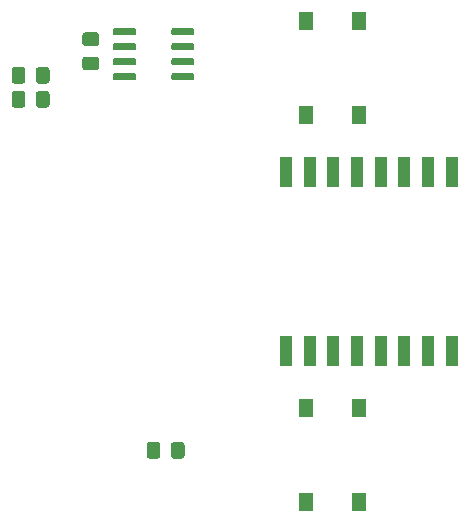
<source format=gbr>
%TF.GenerationSoftware,KiCad,Pcbnew,(5.1.5)-3*%
%TF.CreationDate,2021-07-21T11:08:43+02:00*%
%TF.ProjectId,cece-pcb,63656365-2d70-4636-922e-6b696361645f,rev?*%
%TF.SameCoordinates,Original*%
%TF.FileFunction,Paste,Top*%
%TF.FilePolarity,Positive*%
%FSLAX46Y46*%
G04 Gerber Fmt 4.6, Leading zero omitted, Abs format (unit mm)*
G04 Created by KiCad (PCBNEW (5.1.5)-3) date 2021-07-21 11:08:43*
%MOMM*%
%LPD*%
G04 APERTURE LIST*
%ADD10C,0.100000*%
%ADD11R,1.300000X1.550000*%
%ADD12R,1.000000X2.500000*%
G04 APERTURE END LIST*
D10*
%TO.C,R108*%
G36*
X123022505Y-60769204D02*
G01*
X123046773Y-60772804D01*
X123070572Y-60778765D01*
X123093671Y-60787030D01*
X123115850Y-60797520D01*
X123136893Y-60810132D01*
X123156599Y-60824747D01*
X123174777Y-60841223D01*
X123191253Y-60859401D01*
X123205868Y-60879107D01*
X123218480Y-60900150D01*
X123228970Y-60922329D01*
X123237235Y-60945428D01*
X123243196Y-60969227D01*
X123246796Y-60993495D01*
X123248000Y-61017999D01*
X123248000Y-61918001D01*
X123246796Y-61942505D01*
X123243196Y-61966773D01*
X123237235Y-61990572D01*
X123228970Y-62013671D01*
X123218480Y-62035850D01*
X123205868Y-62056893D01*
X123191253Y-62076599D01*
X123174777Y-62094777D01*
X123156599Y-62111253D01*
X123136893Y-62125868D01*
X123115850Y-62138480D01*
X123093671Y-62148970D01*
X123070572Y-62157235D01*
X123046773Y-62163196D01*
X123022505Y-62166796D01*
X122998001Y-62168000D01*
X122347999Y-62168000D01*
X122323495Y-62166796D01*
X122299227Y-62163196D01*
X122275428Y-62157235D01*
X122252329Y-62148970D01*
X122230150Y-62138480D01*
X122209107Y-62125868D01*
X122189401Y-62111253D01*
X122171223Y-62094777D01*
X122154747Y-62076599D01*
X122140132Y-62056893D01*
X122127520Y-62035850D01*
X122117030Y-62013671D01*
X122108765Y-61990572D01*
X122102804Y-61966773D01*
X122099204Y-61942505D01*
X122098000Y-61918001D01*
X122098000Y-61017999D01*
X122099204Y-60993495D01*
X122102804Y-60969227D01*
X122108765Y-60945428D01*
X122117030Y-60922329D01*
X122127520Y-60900150D01*
X122140132Y-60879107D01*
X122154747Y-60859401D01*
X122171223Y-60841223D01*
X122189401Y-60824747D01*
X122209107Y-60810132D01*
X122230150Y-60797520D01*
X122252329Y-60787030D01*
X122275428Y-60778765D01*
X122299227Y-60772804D01*
X122323495Y-60769204D01*
X122347999Y-60768000D01*
X122998001Y-60768000D01*
X123022505Y-60769204D01*
G37*
G36*
X125072505Y-60769204D02*
G01*
X125096773Y-60772804D01*
X125120572Y-60778765D01*
X125143671Y-60787030D01*
X125165850Y-60797520D01*
X125186893Y-60810132D01*
X125206599Y-60824747D01*
X125224777Y-60841223D01*
X125241253Y-60859401D01*
X125255868Y-60879107D01*
X125268480Y-60900150D01*
X125278970Y-60922329D01*
X125287235Y-60945428D01*
X125293196Y-60969227D01*
X125296796Y-60993495D01*
X125298000Y-61017999D01*
X125298000Y-61918001D01*
X125296796Y-61942505D01*
X125293196Y-61966773D01*
X125287235Y-61990572D01*
X125278970Y-62013671D01*
X125268480Y-62035850D01*
X125255868Y-62056893D01*
X125241253Y-62076599D01*
X125224777Y-62094777D01*
X125206599Y-62111253D01*
X125186893Y-62125868D01*
X125165850Y-62138480D01*
X125143671Y-62148970D01*
X125120572Y-62157235D01*
X125096773Y-62163196D01*
X125072505Y-62166796D01*
X125048001Y-62168000D01*
X124397999Y-62168000D01*
X124373495Y-62166796D01*
X124349227Y-62163196D01*
X124325428Y-62157235D01*
X124302329Y-62148970D01*
X124280150Y-62138480D01*
X124259107Y-62125868D01*
X124239401Y-62111253D01*
X124221223Y-62094777D01*
X124204747Y-62076599D01*
X124190132Y-62056893D01*
X124177520Y-62035850D01*
X124167030Y-62013671D01*
X124158765Y-61990572D01*
X124152804Y-61966773D01*
X124149204Y-61942505D01*
X124148000Y-61918001D01*
X124148000Y-61017999D01*
X124149204Y-60993495D01*
X124152804Y-60969227D01*
X124158765Y-60945428D01*
X124167030Y-60922329D01*
X124177520Y-60900150D01*
X124190132Y-60879107D01*
X124204747Y-60859401D01*
X124221223Y-60841223D01*
X124239401Y-60824747D01*
X124259107Y-60810132D01*
X124280150Y-60797520D01*
X124302329Y-60787030D01*
X124325428Y-60778765D01*
X124349227Y-60772804D01*
X124373495Y-60769204D01*
X124397999Y-60768000D01*
X125048001Y-60768000D01*
X125072505Y-60769204D01*
G37*
%TD*%
%TO.C,C109*%
G36*
X111592505Y-31051204D02*
G01*
X111616773Y-31054804D01*
X111640572Y-31060765D01*
X111663671Y-31069030D01*
X111685850Y-31079520D01*
X111706893Y-31092132D01*
X111726599Y-31106747D01*
X111744777Y-31123223D01*
X111761253Y-31141401D01*
X111775868Y-31161107D01*
X111788480Y-31182150D01*
X111798970Y-31204329D01*
X111807235Y-31227428D01*
X111813196Y-31251227D01*
X111816796Y-31275495D01*
X111818000Y-31299999D01*
X111818000Y-32200001D01*
X111816796Y-32224505D01*
X111813196Y-32248773D01*
X111807235Y-32272572D01*
X111798970Y-32295671D01*
X111788480Y-32317850D01*
X111775868Y-32338893D01*
X111761253Y-32358599D01*
X111744777Y-32376777D01*
X111726599Y-32393253D01*
X111706893Y-32407868D01*
X111685850Y-32420480D01*
X111663671Y-32430970D01*
X111640572Y-32439235D01*
X111616773Y-32445196D01*
X111592505Y-32448796D01*
X111568001Y-32450000D01*
X110917999Y-32450000D01*
X110893495Y-32448796D01*
X110869227Y-32445196D01*
X110845428Y-32439235D01*
X110822329Y-32430970D01*
X110800150Y-32420480D01*
X110779107Y-32407868D01*
X110759401Y-32393253D01*
X110741223Y-32376777D01*
X110724747Y-32358599D01*
X110710132Y-32338893D01*
X110697520Y-32317850D01*
X110687030Y-32295671D01*
X110678765Y-32272572D01*
X110672804Y-32248773D01*
X110669204Y-32224505D01*
X110668000Y-32200001D01*
X110668000Y-31299999D01*
X110669204Y-31275495D01*
X110672804Y-31251227D01*
X110678765Y-31227428D01*
X110687030Y-31204329D01*
X110697520Y-31182150D01*
X110710132Y-31161107D01*
X110724747Y-31141401D01*
X110741223Y-31123223D01*
X110759401Y-31106747D01*
X110779107Y-31092132D01*
X110800150Y-31079520D01*
X110822329Y-31069030D01*
X110845428Y-31060765D01*
X110869227Y-31054804D01*
X110893495Y-31051204D01*
X110917999Y-31050000D01*
X111568001Y-31050000D01*
X111592505Y-31051204D01*
G37*
G36*
X113642505Y-31051204D02*
G01*
X113666773Y-31054804D01*
X113690572Y-31060765D01*
X113713671Y-31069030D01*
X113735850Y-31079520D01*
X113756893Y-31092132D01*
X113776599Y-31106747D01*
X113794777Y-31123223D01*
X113811253Y-31141401D01*
X113825868Y-31161107D01*
X113838480Y-31182150D01*
X113848970Y-31204329D01*
X113857235Y-31227428D01*
X113863196Y-31251227D01*
X113866796Y-31275495D01*
X113868000Y-31299999D01*
X113868000Y-32200001D01*
X113866796Y-32224505D01*
X113863196Y-32248773D01*
X113857235Y-32272572D01*
X113848970Y-32295671D01*
X113838480Y-32317850D01*
X113825868Y-32338893D01*
X113811253Y-32358599D01*
X113794777Y-32376777D01*
X113776599Y-32393253D01*
X113756893Y-32407868D01*
X113735850Y-32420480D01*
X113713671Y-32430970D01*
X113690572Y-32439235D01*
X113666773Y-32445196D01*
X113642505Y-32448796D01*
X113618001Y-32450000D01*
X112967999Y-32450000D01*
X112943495Y-32448796D01*
X112919227Y-32445196D01*
X112895428Y-32439235D01*
X112872329Y-32430970D01*
X112850150Y-32420480D01*
X112829107Y-32407868D01*
X112809401Y-32393253D01*
X112791223Y-32376777D01*
X112774747Y-32358599D01*
X112760132Y-32338893D01*
X112747520Y-32317850D01*
X112737030Y-32295671D01*
X112728765Y-32272572D01*
X112722804Y-32248773D01*
X112719204Y-32224505D01*
X112718000Y-32200001D01*
X112718000Y-31299999D01*
X112719204Y-31275495D01*
X112722804Y-31251227D01*
X112728765Y-31227428D01*
X112737030Y-31204329D01*
X112747520Y-31182150D01*
X112760132Y-31161107D01*
X112774747Y-31141401D01*
X112791223Y-31123223D01*
X112809401Y-31106747D01*
X112829107Y-31092132D01*
X112850150Y-31079520D01*
X112872329Y-31069030D01*
X112895428Y-31060765D01*
X112919227Y-31054804D01*
X112943495Y-31051204D01*
X112967999Y-31050000D01*
X113618001Y-31050000D01*
X113642505Y-31051204D01*
G37*
%TD*%
%TO.C,C108*%
G36*
X111592505Y-29019204D02*
G01*
X111616773Y-29022804D01*
X111640572Y-29028765D01*
X111663671Y-29037030D01*
X111685850Y-29047520D01*
X111706893Y-29060132D01*
X111726599Y-29074747D01*
X111744777Y-29091223D01*
X111761253Y-29109401D01*
X111775868Y-29129107D01*
X111788480Y-29150150D01*
X111798970Y-29172329D01*
X111807235Y-29195428D01*
X111813196Y-29219227D01*
X111816796Y-29243495D01*
X111818000Y-29267999D01*
X111818000Y-30168001D01*
X111816796Y-30192505D01*
X111813196Y-30216773D01*
X111807235Y-30240572D01*
X111798970Y-30263671D01*
X111788480Y-30285850D01*
X111775868Y-30306893D01*
X111761253Y-30326599D01*
X111744777Y-30344777D01*
X111726599Y-30361253D01*
X111706893Y-30375868D01*
X111685850Y-30388480D01*
X111663671Y-30398970D01*
X111640572Y-30407235D01*
X111616773Y-30413196D01*
X111592505Y-30416796D01*
X111568001Y-30418000D01*
X110917999Y-30418000D01*
X110893495Y-30416796D01*
X110869227Y-30413196D01*
X110845428Y-30407235D01*
X110822329Y-30398970D01*
X110800150Y-30388480D01*
X110779107Y-30375868D01*
X110759401Y-30361253D01*
X110741223Y-30344777D01*
X110724747Y-30326599D01*
X110710132Y-30306893D01*
X110697520Y-30285850D01*
X110687030Y-30263671D01*
X110678765Y-30240572D01*
X110672804Y-30216773D01*
X110669204Y-30192505D01*
X110668000Y-30168001D01*
X110668000Y-29267999D01*
X110669204Y-29243495D01*
X110672804Y-29219227D01*
X110678765Y-29195428D01*
X110687030Y-29172329D01*
X110697520Y-29150150D01*
X110710132Y-29129107D01*
X110724747Y-29109401D01*
X110741223Y-29091223D01*
X110759401Y-29074747D01*
X110779107Y-29060132D01*
X110800150Y-29047520D01*
X110822329Y-29037030D01*
X110845428Y-29028765D01*
X110869227Y-29022804D01*
X110893495Y-29019204D01*
X110917999Y-29018000D01*
X111568001Y-29018000D01*
X111592505Y-29019204D01*
G37*
G36*
X113642505Y-29019204D02*
G01*
X113666773Y-29022804D01*
X113690572Y-29028765D01*
X113713671Y-29037030D01*
X113735850Y-29047520D01*
X113756893Y-29060132D01*
X113776599Y-29074747D01*
X113794777Y-29091223D01*
X113811253Y-29109401D01*
X113825868Y-29129107D01*
X113838480Y-29150150D01*
X113848970Y-29172329D01*
X113857235Y-29195428D01*
X113863196Y-29219227D01*
X113866796Y-29243495D01*
X113868000Y-29267999D01*
X113868000Y-30168001D01*
X113866796Y-30192505D01*
X113863196Y-30216773D01*
X113857235Y-30240572D01*
X113848970Y-30263671D01*
X113838480Y-30285850D01*
X113825868Y-30306893D01*
X113811253Y-30326599D01*
X113794777Y-30344777D01*
X113776599Y-30361253D01*
X113756893Y-30375868D01*
X113735850Y-30388480D01*
X113713671Y-30398970D01*
X113690572Y-30407235D01*
X113666773Y-30413196D01*
X113642505Y-30416796D01*
X113618001Y-30418000D01*
X112967999Y-30418000D01*
X112943495Y-30416796D01*
X112919227Y-30413196D01*
X112895428Y-30407235D01*
X112872329Y-30398970D01*
X112850150Y-30388480D01*
X112829107Y-30375868D01*
X112809401Y-30361253D01*
X112791223Y-30344777D01*
X112774747Y-30326599D01*
X112760132Y-30306893D01*
X112747520Y-30285850D01*
X112737030Y-30263671D01*
X112728765Y-30240572D01*
X112722804Y-30216773D01*
X112719204Y-30192505D01*
X112718000Y-30168001D01*
X112718000Y-29267999D01*
X112719204Y-29243495D01*
X112722804Y-29219227D01*
X112728765Y-29195428D01*
X112737030Y-29172329D01*
X112747520Y-29150150D01*
X112760132Y-29129107D01*
X112774747Y-29109401D01*
X112791223Y-29091223D01*
X112809401Y-29074747D01*
X112829107Y-29060132D01*
X112850150Y-29047520D01*
X112872329Y-29037030D01*
X112895428Y-29028765D01*
X112919227Y-29022804D01*
X112943495Y-29019204D01*
X112967999Y-29018000D01*
X113618001Y-29018000D01*
X113642505Y-29019204D01*
G37*
%TD*%
D11*
%TO.C,SW102*%
X135545000Y-65875000D03*
X140045000Y-65875000D03*
X140045000Y-57925000D03*
X135545000Y-57925000D03*
%TD*%
%TO.C,SW101*%
X135545000Y-33075000D03*
X140045000Y-33075000D03*
X140045000Y-25125000D03*
X135545000Y-25125000D03*
%TD*%
D10*
%TO.C,C107*%
G36*
X117822505Y-28137204D02*
G01*
X117846773Y-28140804D01*
X117870572Y-28146765D01*
X117893671Y-28155030D01*
X117915850Y-28165520D01*
X117936893Y-28178132D01*
X117956599Y-28192747D01*
X117974777Y-28209223D01*
X117991253Y-28227401D01*
X118005868Y-28247107D01*
X118018480Y-28268150D01*
X118028970Y-28290329D01*
X118037235Y-28313428D01*
X118043196Y-28337227D01*
X118046796Y-28361495D01*
X118048000Y-28385999D01*
X118048000Y-29036001D01*
X118046796Y-29060505D01*
X118043196Y-29084773D01*
X118037235Y-29108572D01*
X118028970Y-29131671D01*
X118018480Y-29153850D01*
X118005868Y-29174893D01*
X117991253Y-29194599D01*
X117974777Y-29212777D01*
X117956599Y-29229253D01*
X117936893Y-29243868D01*
X117915850Y-29256480D01*
X117893671Y-29266970D01*
X117870572Y-29275235D01*
X117846773Y-29281196D01*
X117822505Y-29284796D01*
X117798001Y-29286000D01*
X116897999Y-29286000D01*
X116873495Y-29284796D01*
X116849227Y-29281196D01*
X116825428Y-29275235D01*
X116802329Y-29266970D01*
X116780150Y-29256480D01*
X116759107Y-29243868D01*
X116739401Y-29229253D01*
X116721223Y-29212777D01*
X116704747Y-29194599D01*
X116690132Y-29174893D01*
X116677520Y-29153850D01*
X116667030Y-29131671D01*
X116658765Y-29108572D01*
X116652804Y-29084773D01*
X116649204Y-29060505D01*
X116648000Y-29036001D01*
X116648000Y-28385999D01*
X116649204Y-28361495D01*
X116652804Y-28337227D01*
X116658765Y-28313428D01*
X116667030Y-28290329D01*
X116677520Y-28268150D01*
X116690132Y-28247107D01*
X116704747Y-28227401D01*
X116721223Y-28209223D01*
X116739401Y-28192747D01*
X116759107Y-28178132D01*
X116780150Y-28165520D01*
X116802329Y-28155030D01*
X116825428Y-28146765D01*
X116849227Y-28140804D01*
X116873495Y-28137204D01*
X116897999Y-28136000D01*
X117798001Y-28136000D01*
X117822505Y-28137204D01*
G37*
G36*
X117822505Y-26087204D02*
G01*
X117846773Y-26090804D01*
X117870572Y-26096765D01*
X117893671Y-26105030D01*
X117915850Y-26115520D01*
X117936893Y-26128132D01*
X117956599Y-26142747D01*
X117974777Y-26159223D01*
X117991253Y-26177401D01*
X118005868Y-26197107D01*
X118018480Y-26218150D01*
X118028970Y-26240329D01*
X118037235Y-26263428D01*
X118043196Y-26287227D01*
X118046796Y-26311495D01*
X118048000Y-26335999D01*
X118048000Y-26986001D01*
X118046796Y-27010505D01*
X118043196Y-27034773D01*
X118037235Y-27058572D01*
X118028970Y-27081671D01*
X118018480Y-27103850D01*
X118005868Y-27124893D01*
X117991253Y-27144599D01*
X117974777Y-27162777D01*
X117956599Y-27179253D01*
X117936893Y-27193868D01*
X117915850Y-27206480D01*
X117893671Y-27216970D01*
X117870572Y-27225235D01*
X117846773Y-27231196D01*
X117822505Y-27234796D01*
X117798001Y-27236000D01*
X116897999Y-27236000D01*
X116873495Y-27234796D01*
X116849227Y-27231196D01*
X116825428Y-27225235D01*
X116802329Y-27216970D01*
X116780150Y-27206480D01*
X116759107Y-27193868D01*
X116739401Y-27179253D01*
X116721223Y-27162777D01*
X116704747Y-27144599D01*
X116690132Y-27124893D01*
X116677520Y-27103850D01*
X116667030Y-27081671D01*
X116658765Y-27058572D01*
X116652804Y-27034773D01*
X116649204Y-27010505D01*
X116648000Y-26986001D01*
X116648000Y-26335999D01*
X116649204Y-26311495D01*
X116652804Y-26287227D01*
X116658765Y-26263428D01*
X116667030Y-26240329D01*
X116677520Y-26218150D01*
X116690132Y-26197107D01*
X116704747Y-26177401D01*
X116721223Y-26159223D01*
X116739401Y-26142747D01*
X116759107Y-26128132D01*
X116780150Y-26115520D01*
X116802329Y-26105030D01*
X116825428Y-26096765D01*
X116849227Y-26090804D01*
X116873495Y-26087204D01*
X116897999Y-26086000D01*
X117798001Y-26086000D01*
X117822505Y-26087204D01*
G37*
%TD*%
%TO.C,U103*%
G36*
X121046703Y-29545722D02*
G01*
X121061264Y-29547882D01*
X121075543Y-29551459D01*
X121089403Y-29556418D01*
X121102710Y-29562712D01*
X121115336Y-29570280D01*
X121127159Y-29579048D01*
X121138066Y-29588934D01*
X121147952Y-29599841D01*
X121156720Y-29611664D01*
X121164288Y-29624290D01*
X121170582Y-29637597D01*
X121175541Y-29651457D01*
X121179118Y-29665736D01*
X121181278Y-29680297D01*
X121182000Y-29695000D01*
X121182000Y-29995000D01*
X121181278Y-30009703D01*
X121179118Y-30024264D01*
X121175541Y-30038543D01*
X121170582Y-30052403D01*
X121164288Y-30065710D01*
X121156720Y-30078336D01*
X121147952Y-30090159D01*
X121138066Y-30101066D01*
X121127159Y-30110952D01*
X121115336Y-30119720D01*
X121102710Y-30127288D01*
X121089403Y-30133582D01*
X121075543Y-30138541D01*
X121061264Y-30142118D01*
X121046703Y-30144278D01*
X121032000Y-30145000D01*
X119382000Y-30145000D01*
X119367297Y-30144278D01*
X119352736Y-30142118D01*
X119338457Y-30138541D01*
X119324597Y-30133582D01*
X119311290Y-30127288D01*
X119298664Y-30119720D01*
X119286841Y-30110952D01*
X119275934Y-30101066D01*
X119266048Y-30090159D01*
X119257280Y-30078336D01*
X119249712Y-30065710D01*
X119243418Y-30052403D01*
X119238459Y-30038543D01*
X119234882Y-30024264D01*
X119232722Y-30009703D01*
X119232000Y-29995000D01*
X119232000Y-29695000D01*
X119232722Y-29680297D01*
X119234882Y-29665736D01*
X119238459Y-29651457D01*
X119243418Y-29637597D01*
X119249712Y-29624290D01*
X119257280Y-29611664D01*
X119266048Y-29599841D01*
X119275934Y-29588934D01*
X119286841Y-29579048D01*
X119298664Y-29570280D01*
X119311290Y-29562712D01*
X119324597Y-29556418D01*
X119338457Y-29551459D01*
X119352736Y-29547882D01*
X119367297Y-29545722D01*
X119382000Y-29545000D01*
X121032000Y-29545000D01*
X121046703Y-29545722D01*
G37*
G36*
X121046703Y-28275722D02*
G01*
X121061264Y-28277882D01*
X121075543Y-28281459D01*
X121089403Y-28286418D01*
X121102710Y-28292712D01*
X121115336Y-28300280D01*
X121127159Y-28309048D01*
X121138066Y-28318934D01*
X121147952Y-28329841D01*
X121156720Y-28341664D01*
X121164288Y-28354290D01*
X121170582Y-28367597D01*
X121175541Y-28381457D01*
X121179118Y-28395736D01*
X121181278Y-28410297D01*
X121182000Y-28425000D01*
X121182000Y-28725000D01*
X121181278Y-28739703D01*
X121179118Y-28754264D01*
X121175541Y-28768543D01*
X121170582Y-28782403D01*
X121164288Y-28795710D01*
X121156720Y-28808336D01*
X121147952Y-28820159D01*
X121138066Y-28831066D01*
X121127159Y-28840952D01*
X121115336Y-28849720D01*
X121102710Y-28857288D01*
X121089403Y-28863582D01*
X121075543Y-28868541D01*
X121061264Y-28872118D01*
X121046703Y-28874278D01*
X121032000Y-28875000D01*
X119382000Y-28875000D01*
X119367297Y-28874278D01*
X119352736Y-28872118D01*
X119338457Y-28868541D01*
X119324597Y-28863582D01*
X119311290Y-28857288D01*
X119298664Y-28849720D01*
X119286841Y-28840952D01*
X119275934Y-28831066D01*
X119266048Y-28820159D01*
X119257280Y-28808336D01*
X119249712Y-28795710D01*
X119243418Y-28782403D01*
X119238459Y-28768543D01*
X119234882Y-28754264D01*
X119232722Y-28739703D01*
X119232000Y-28725000D01*
X119232000Y-28425000D01*
X119232722Y-28410297D01*
X119234882Y-28395736D01*
X119238459Y-28381457D01*
X119243418Y-28367597D01*
X119249712Y-28354290D01*
X119257280Y-28341664D01*
X119266048Y-28329841D01*
X119275934Y-28318934D01*
X119286841Y-28309048D01*
X119298664Y-28300280D01*
X119311290Y-28292712D01*
X119324597Y-28286418D01*
X119338457Y-28281459D01*
X119352736Y-28277882D01*
X119367297Y-28275722D01*
X119382000Y-28275000D01*
X121032000Y-28275000D01*
X121046703Y-28275722D01*
G37*
G36*
X121046703Y-27005722D02*
G01*
X121061264Y-27007882D01*
X121075543Y-27011459D01*
X121089403Y-27016418D01*
X121102710Y-27022712D01*
X121115336Y-27030280D01*
X121127159Y-27039048D01*
X121138066Y-27048934D01*
X121147952Y-27059841D01*
X121156720Y-27071664D01*
X121164288Y-27084290D01*
X121170582Y-27097597D01*
X121175541Y-27111457D01*
X121179118Y-27125736D01*
X121181278Y-27140297D01*
X121182000Y-27155000D01*
X121182000Y-27455000D01*
X121181278Y-27469703D01*
X121179118Y-27484264D01*
X121175541Y-27498543D01*
X121170582Y-27512403D01*
X121164288Y-27525710D01*
X121156720Y-27538336D01*
X121147952Y-27550159D01*
X121138066Y-27561066D01*
X121127159Y-27570952D01*
X121115336Y-27579720D01*
X121102710Y-27587288D01*
X121089403Y-27593582D01*
X121075543Y-27598541D01*
X121061264Y-27602118D01*
X121046703Y-27604278D01*
X121032000Y-27605000D01*
X119382000Y-27605000D01*
X119367297Y-27604278D01*
X119352736Y-27602118D01*
X119338457Y-27598541D01*
X119324597Y-27593582D01*
X119311290Y-27587288D01*
X119298664Y-27579720D01*
X119286841Y-27570952D01*
X119275934Y-27561066D01*
X119266048Y-27550159D01*
X119257280Y-27538336D01*
X119249712Y-27525710D01*
X119243418Y-27512403D01*
X119238459Y-27498543D01*
X119234882Y-27484264D01*
X119232722Y-27469703D01*
X119232000Y-27455000D01*
X119232000Y-27155000D01*
X119232722Y-27140297D01*
X119234882Y-27125736D01*
X119238459Y-27111457D01*
X119243418Y-27097597D01*
X119249712Y-27084290D01*
X119257280Y-27071664D01*
X119266048Y-27059841D01*
X119275934Y-27048934D01*
X119286841Y-27039048D01*
X119298664Y-27030280D01*
X119311290Y-27022712D01*
X119324597Y-27016418D01*
X119338457Y-27011459D01*
X119352736Y-27007882D01*
X119367297Y-27005722D01*
X119382000Y-27005000D01*
X121032000Y-27005000D01*
X121046703Y-27005722D01*
G37*
G36*
X121046703Y-25735722D02*
G01*
X121061264Y-25737882D01*
X121075543Y-25741459D01*
X121089403Y-25746418D01*
X121102710Y-25752712D01*
X121115336Y-25760280D01*
X121127159Y-25769048D01*
X121138066Y-25778934D01*
X121147952Y-25789841D01*
X121156720Y-25801664D01*
X121164288Y-25814290D01*
X121170582Y-25827597D01*
X121175541Y-25841457D01*
X121179118Y-25855736D01*
X121181278Y-25870297D01*
X121182000Y-25885000D01*
X121182000Y-26185000D01*
X121181278Y-26199703D01*
X121179118Y-26214264D01*
X121175541Y-26228543D01*
X121170582Y-26242403D01*
X121164288Y-26255710D01*
X121156720Y-26268336D01*
X121147952Y-26280159D01*
X121138066Y-26291066D01*
X121127159Y-26300952D01*
X121115336Y-26309720D01*
X121102710Y-26317288D01*
X121089403Y-26323582D01*
X121075543Y-26328541D01*
X121061264Y-26332118D01*
X121046703Y-26334278D01*
X121032000Y-26335000D01*
X119382000Y-26335000D01*
X119367297Y-26334278D01*
X119352736Y-26332118D01*
X119338457Y-26328541D01*
X119324597Y-26323582D01*
X119311290Y-26317288D01*
X119298664Y-26309720D01*
X119286841Y-26300952D01*
X119275934Y-26291066D01*
X119266048Y-26280159D01*
X119257280Y-26268336D01*
X119249712Y-26255710D01*
X119243418Y-26242403D01*
X119238459Y-26228543D01*
X119234882Y-26214264D01*
X119232722Y-26199703D01*
X119232000Y-26185000D01*
X119232000Y-25885000D01*
X119232722Y-25870297D01*
X119234882Y-25855736D01*
X119238459Y-25841457D01*
X119243418Y-25827597D01*
X119249712Y-25814290D01*
X119257280Y-25801664D01*
X119266048Y-25789841D01*
X119275934Y-25778934D01*
X119286841Y-25769048D01*
X119298664Y-25760280D01*
X119311290Y-25752712D01*
X119324597Y-25746418D01*
X119338457Y-25741459D01*
X119352736Y-25737882D01*
X119367297Y-25735722D01*
X119382000Y-25735000D01*
X121032000Y-25735000D01*
X121046703Y-25735722D01*
G37*
G36*
X125996703Y-25735722D02*
G01*
X126011264Y-25737882D01*
X126025543Y-25741459D01*
X126039403Y-25746418D01*
X126052710Y-25752712D01*
X126065336Y-25760280D01*
X126077159Y-25769048D01*
X126088066Y-25778934D01*
X126097952Y-25789841D01*
X126106720Y-25801664D01*
X126114288Y-25814290D01*
X126120582Y-25827597D01*
X126125541Y-25841457D01*
X126129118Y-25855736D01*
X126131278Y-25870297D01*
X126132000Y-25885000D01*
X126132000Y-26185000D01*
X126131278Y-26199703D01*
X126129118Y-26214264D01*
X126125541Y-26228543D01*
X126120582Y-26242403D01*
X126114288Y-26255710D01*
X126106720Y-26268336D01*
X126097952Y-26280159D01*
X126088066Y-26291066D01*
X126077159Y-26300952D01*
X126065336Y-26309720D01*
X126052710Y-26317288D01*
X126039403Y-26323582D01*
X126025543Y-26328541D01*
X126011264Y-26332118D01*
X125996703Y-26334278D01*
X125982000Y-26335000D01*
X124332000Y-26335000D01*
X124317297Y-26334278D01*
X124302736Y-26332118D01*
X124288457Y-26328541D01*
X124274597Y-26323582D01*
X124261290Y-26317288D01*
X124248664Y-26309720D01*
X124236841Y-26300952D01*
X124225934Y-26291066D01*
X124216048Y-26280159D01*
X124207280Y-26268336D01*
X124199712Y-26255710D01*
X124193418Y-26242403D01*
X124188459Y-26228543D01*
X124184882Y-26214264D01*
X124182722Y-26199703D01*
X124182000Y-26185000D01*
X124182000Y-25885000D01*
X124182722Y-25870297D01*
X124184882Y-25855736D01*
X124188459Y-25841457D01*
X124193418Y-25827597D01*
X124199712Y-25814290D01*
X124207280Y-25801664D01*
X124216048Y-25789841D01*
X124225934Y-25778934D01*
X124236841Y-25769048D01*
X124248664Y-25760280D01*
X124261290Y-25752712D01*
X124274597Y-25746418D01*
X124288457Y-25741459D01*
X124302736Y-25737882D01*
X124317297Y-25735722D01*
X124332000Y-25735000D01*
X125982000Y-25735000D01*
X125996703Y-25735722D01*
G37*
G36*
X125996703Y-27005722D02*
G01*
X126011264Y-27007882D01*
X126025543Y-27011459D01*
X126039403Y-27016418D01*
X126052710Y-27022712D01*
X126065336Y-27030280D01*
X126077159Y-27039048D01*
X126088066Y-27048934D01*
X126097952Y-27059841D01*
X126106720Y-27071664D01*
X126114288Y-27084290D01*
X126120582Y-27097597D01*
X126125541Y-27111457D01*
X126129118Y-27125736D01*
X126131278Y-27140297D01*
X126132000Y-27155000D01*
X126132000Y-27455000D01*
X126131278Y-27469703D01*
X126129118Y-27484264D01*
X126125541Y-27498543D01*
X126120582Y-27512403D01*
X126114288Y-27525710D01*
X126106720Y-27538336D01*
X126097952Y-27550159D01*
X126088066Y-27561066D01*
X126077159Y-27570952D01*
X126065336Y-27579720D01*
X126052710Y-27587288D01*
X126039403Y-27593582D01*
X126025543Y-27598541D01*
X126011264Y-27602118D01*
X125996703Y-27604278D01*
X125982000Y-27605000D01*
X124332000Y-27605000D01*
X124317297Y-27604278D01*
X124302736Y-27602118D01*
X124288457Y-27598541D01*
X124274597Y-27593582D01*
X124261290Y-27587288D01*
X124248664Y-27579720D01*
X124236841Y-27570952D01*
X124225934Y-27561066D01*
X124216048Y-27550159D01*
X124207280Y-27538336D01*
X124199712Y-27525710D01*
X124193418Y-27512403D01*
X124188459Y-27498543D01*
X124184882Y-27484264D01*
X124182722Y-27469703D01*
X124182000Y-27455000D01*
X124182000Y-27155000D01*
X124182722Y-27140297D01*
X124184882Y-27125736D01*
X124188459Y-27111457D01*
X124193418Y-27097597D01*
X124199712Y-27084290D01*
X124207280Y-27071664D01*
X124216048Y-27059841D01*
X124225934Y-27048934D01*
X124236841Y-27039048D01*
X124248664Y-27030280D01*
X124261290Y-27022712D01*
X124274597Y-27016418D01*
X124288457Y-27011459D01*
X124302736Y-27007882D01*
X124317297Y-27005722D01*
X124332000Y-27005000D01*
X125982000Y-27005000D01*
X125996703Y-27005722D01*
G37*
G36*
X125996703Y-28275722D02*
G01*
X126011264Y-28277882D01*
X126025543Y-28281459D01*
X126039403Y-28286418D01*
X126052710Y-28292712D01*
X126065336Y-28300280D01*
X126077159Y-28309048D01*
X126088066Y-28318934D01*
X126097952Y-28329841D01*
X126106720Y-28341664D01*
X126114288Y-28354290D01*
X126120582Y-28367597D01*
X126125541Y-28381457D01*
X126129118Y-28395736D01*
X126131278Y-28410297D01*
X126132000Y-28425000D01*
X126132000Y-28725000D01*
X126131278Y-28739703D01*
X126129118Y-28754264D01*
X126125541Y-28768543D01*
X126120582Y-28782403D01*
X126114288Y-28795710D01*
X126106720Y-28808336D01*
X126097952Y-28820159D01*
X126088066Y-28831066D01*
X126077159Y-28840952D01*
X126065336Y-28849720D01*
X126052710Y-28857288D01*
X126039403Y-28863582D01*
X126025543Y-28868541D01*
X126011264Y-28872118D01*
X125996703Y-28874278D01*
X125982000Y-28875000D01*
X124332000Y-28875000D01*
X124317297Y-28874278D01*
X124302736Y-28872118D01*
X124288457Y-28868541D01*
X124274597Y-28863582D01*
X124261290Y-28857288D01*
X124248664Y-28849720D01*
X124236841Y-28840952D01*
X124225934Y-28831066D01*
X124216048Y-28820159D01*
X124207280Y-28808336D01*
X124199712Y-28795710D01*
X124193418Y-28782403D01*
X124188459Y-28768543D01*
X124184882Y-28754264D01*
X124182722Y-28739703D01*
X124182000Y-28725000D01*
X124182000Y-28425000D01*
X124182722Y-28410297D01*
X124184882Y-28395736D01*
X124188459Y-28381457D01*
X124193418Y-28367597D01*
X124199712Y-28354290D01*
X124207280Y-28341664D01*
X124216048Y-28329841D01*
X124225934Y-28318934D01*
X124236841Y-28309048D01*
X124248664Y-28300280D01*
X124261290Y-28292712D01*
X124274597Y-28286418D01*
X124288457Y-28281459D01*
X124302736Y-28277882D01*
X124317297Y-28275722D01*
X124332000Y-28275000D01*
X125982000Y-28275000D01*
X125996703Y-28275722D01*
G37*
G36*
X125996703Y-29545722D02*
G01*
X126011264Y-29547882D01*
X126025543Y-29551459D01*
X126039403Y-29556418D01*
X126052710Y-29562712D01*
X126065336Y-29570280D01*
X126077159Y-29579048D01*
X126088066Y-29588934D01*
X126097952Y-29599841D01*
X126106720Y-29611664D01*
X126114288Y-29624290D01*
X126120582Y-29637597D01*
X126125541Y-29651457D01*
X126129118Y-29665736D01*
X126131278Y-29680297D01*
X126132000Y-29695000D01*
X126132000Y-29995000D01*
X126131278Y-30009703D01*
X126129118Y-30024264D01*
X126125541Y-30038543D01*
X126120582Y-30052403D01*
X126114288Y-30065710D01*
X126106720Y-30078336D01*
X126097952Y-30090159D01*
X126088066Y-30101066D01*
X126077159Y-30110952D01*
X126065336Y-30119720D01*
X126052710Y-30127288D01*
X126039403Y-30133582D01*
X126025543Y-30138541D01*
X126011264Y-30142118D01*
X125996703Y-30144278D01*
X125982000Y-30145000D01*
X124332000Y-30145000D01*
X124317297Y-30144278D01*
X124302736Y-30142118D01*
X124288457Y-30138541D01*
X124274597Y-30133582D01*
X124261290Y-30127288D01*
X124248664Y-30119720D01*
X124236841Y-30110952D01*
X124225934Y-30101066D01*
X124216048Y-30090159D01*
X124207280Y-30078336D01*
X124199712Y-30065710D01*
X124193418Y-30052403D01*
X124188459Y-30038543D01*
X124184882Y-30024264D01*
X124182722Y-30009703D01*
X124182000Y-29995000D01*
X124182000Y-29695000D01*
X124182722Y-29680297D01*
X124184882Y-29665736D01*
X124188459Y-29651457D01*
X124193418Y-29637597D01*
X124199712Y-29624290D01*
X124207280Y-29611664D01*
X124216048Y-29599841D01*
X124225934Y-29588934D01*
X124236841Y-29579048D01*
X124248664Y-29570280D01*
X124261290Y-29562712D01*
X124274597Y-29556418D01*
X124288457Y-29551459D01*
X124302736Y-29547882D01*
X124317297Y-29545722D01*
X124332000Y-29545000D01*
X125982000Y-29545000D01*
X125996703Y-29545722D01*
G37*
%TD*%
D12*
%TO.C,U102*%
X147902000Y-37866000D03*
X145902000Y-37866000D03*
X143902000Y-37866000D03*
X141902000Y-37866000D03*
X139902000Y-37866000D03*
X137902000Y-37866000D03*
X135902000Y-37866000D03*
X133902000Y-37866000D03*
X133902000Y-53066000D03*
X135902000Y-53066000D03*
X137902000Y-53066000D03*
X139902000Y-53066000D03*
X141902000Y-53066000D03*
X143902000Y-53066000D03*
X145902000Y-53066000D03*
X147902000Y-53066000D03*
%TD*%
M02*

</source>
